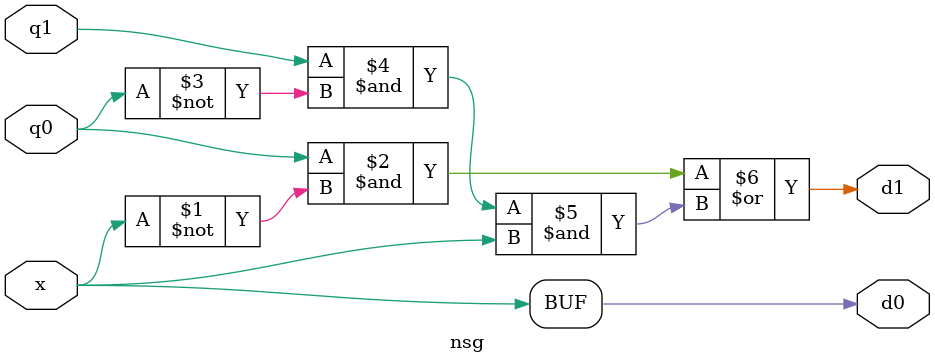
<source format=v>
module nsg(q1, q0, x, d1, d0);
    input q1, q0;
    input x;
    output d1, d0;

    assign d0 = x;
    assign d1 = (q0 & ~x) | (q1 & ~q0 & x);
endmodule
</source>
